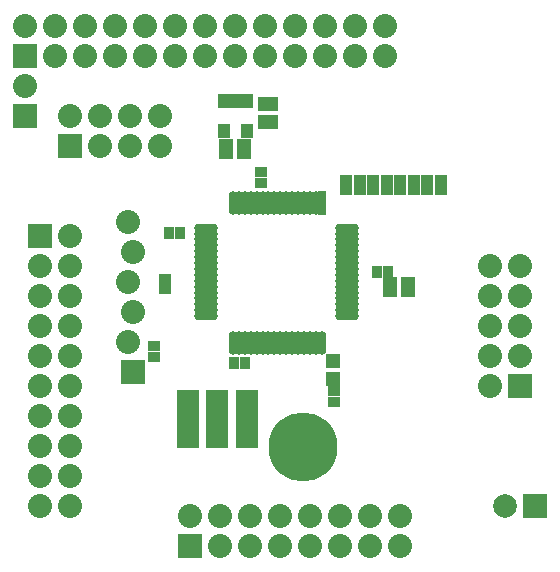
<source format=gts>
G04 (created by PCBNEW-RS274X (2012-apr-16-27)-stable) date Saturday 23,March,2013 11:14:18 PM SGT*
G01*
G70*
G90*
%MOIN*%
G04 Gerber Fmt 3.4, Leading zero omitted, Abs format*
%FSLAX34Y34*%
G04 APERTURE LIST*
%ADD10C,0.006000*%
%ADD11R,0.079100X0.079100*%
%ADD12C,0.079100*%
%ADD13R,0.080000X0.080000*%
%ADD14C,0.080000*%
%ADD15R,0.029800X0.080000*%
%ADD16O,0.029800X0.080000*%
%ADD17O,0.080000X0.029800*%
%ADD18R,0.040000X0.050000*%
%ADD19R,0.045000X0.065000*%
%ADD20R,0.065000X0.045000*%
%ADD21R,0.043600X0.035700*%
%ADD22R,0.035700X0.043600*%
%ADD23R,0.075100X0.194800*%
%ADD24R,0.051400X0.051400*%
%ADD25C,0.230000*%
G04 APERTURE END LIST*
G54D10*
G54D11*
X68050Y-44100D03*
G54D12*
X67050Y-44100D03*
G54D13*
X54630Y-39650D03*
G54D14*
X54470Y-38650D03*
X54630Y-37650D03*
X54470Y-36650D03*
X54630Y-35650D03*
X54470Y-34650D03*
G54D15*
X60926Y-33989D03*
G54D16*
X60729Y-33989D03*
X60532Y-33989D03*
X60335Y-33989D03*
X60138Y-33989D03*
X59942Y-33989D03*
X59745Y-33989D03*
X59548Y-33989D03*
X59351Y-33989D03*
X59154Y-33989D03*
X58957Y-33989D03*
X58761Y-33989D03*
X58564Y-33989D03*
X58367Y-33989D03*
X58170Y-33989D03*
X57973Y-33989D03*
G54D17*
X57075Y-34824D03*
X57075Y-35021D03*
X57075Y-35218D03*
X57075Y-35415D03*
X57075Y-35612D03*
X57075Y-35808D03*
X57075Y-36005D03*
X57075Y-36202D03*
X57075Y-36399D03*
X57075Y-36596D03*
X57075Y-36793D03*
X57075Y-36989D03*
X57075Y-37186D03*
X57075Y-37383D03*
X57075Y-37580D03*
X57075Y-37777D03*
G54D16*
X57973Y-38675D03*
X58170Y-38675D03*
X58367Y-38675D03*
X58564Y-38675D03*
X58761Y-38675D03*
X58957Y-38675D03*
X59154Y-38675D03*
X59351Y-38675D03*
X59548Y-38675D03*
X59745Y-38675D03*
X59942Y-38675D03*
X60138Y-38675D03*
X60335Y-38675D03*
X60532Y-38675D03*
X60729Y-38675D03*
X60926Y-38675D03*
G54D17*
X61761Y-37777D03*
X61761Y-37580D03*
X61761Y-37186D03*
X61768Y-37383D03*
X61761Y-36989D03*
X61761Y-36793D03*
X61761Y-36596D03*
X61761Y-36399D03*
X61761Y-36202D03*
X61761Y-36005D03*
X61761Y-35811D03*
X61761Y-35614D03*
X61761Y-35417D03*
X61761Y-35220D03*
X61761Y-35024D03*
X61761Y-34827D03*
G54D13*
X51050Y-29100D03*
G54D14*
X51050Y-28100D03*
X52050Y-29100D03*
X52050Y-28100D03*
X53050Y-29100D03*
X53050Y-28100D03*
X54050Y-29100D03*
X54050Y-28100D03*
X55050Y-29100D03*
X55050Y-28100D03*
X56050Y-29100D03*
X56050Y-28100D03*
X57050Y-29100D03*
X57050Y-28100D03*
X58050Y-29100D03*
X58050Y-28100D03*
X59050Y-29100D03*
X59050Y-28100D03*
X60050Y-29100D03*
X60050Y-28100D03*
X61050Y-29100D03*
X61050Y-28100D03*
X62050Y-29100D03*
X62050Y-28100D03*
X63050Y-29100D03*
X63050Y-28100D03*
G54D18*
X58425Y-30600D03*
X57675Y-30600D03*
X58425Y-31600D03*
X58050Y-30600D03*
X57675Y-31600D03*
G54D19*
X58350Y-32200D03*
X57750Y-32200D03*
G54D20*
X59150Y-30700D03*
X59150Y-31300D03*
G54D21*
X58890Y-33337D03*
X58890Y-32983D03*
X55350Y-38773D03*
X55350Y-39127D03*
X61750Y-33577D03*
X61750Y-33223D03*
X62200Y-33577D03*
X62200Y-33223D03*
X62650Y-33577D03*
X62650Y-33223D03*
X63100Y-33577D03*
X63100Y-33223D03*
X63550Y-33577D03*
X63550Y-33223D03*
X64000Y-33577D03*
X64000Y-33223D03*
X64450Y-33577D03*
X64450Y-33223D03*
X64900Y-33577D03*
X64900Y-33223D03*
X61340Y-40637D03*
X61340Y-40283D03*
G54D22*
X62773Y-36300D03*
X63127Y-36300D03*
X58367Y-39330D03*
X58013Y-39330D03*
G54D21*
X55700Y-36877D03*
X55700Y-36523D03*
G54D22*
X56197Y-35020D03*
X55843Y-35020D03*
G54D23*
X57450Y-41200D03*
X58434Y-41200D03*
X56466Y-41200D03*
G54D24*
X61300Y-39285D03*
X61300Y-39875D03*
G54D13*
X51550Y-35100D03*
G54D14*
X52550Y-35100D03*
X51550Y-36100D03*
X52550Y-36100D03*
X51550Y-37100D03*
X52550Y-37100D03*
X51550Y-38100D03*
X52550Y-38100D03*
X51550Y-39100D03*
X52550Y-39100D03*
X51550Y-40100D03*
X52550Y-40100D03*
X51550Y-41100D03*
X52550Y-41100D03*
X51550Y-42100D03*
X52550Y-42100D03*
X51550Y-43100D03*
X52550Y-43100D03*
X51550Y-44100D03*
X52550Y-44100D03*
G54D13*
X67550Y-40100D03*
G54D14*
X66550Y-40100D03*
X67550Y-39100D03*
X66550Y-39100D03*
X67550Y-38100D03*
X66550Y-38100D03*
X67550Y-37100D03*
X66550Y-37100D03*
X67550Y-36100D03*
X66550Y-36100D03*
G54D19*
X63200Y-36800D03*
X63800Y-36800D03*
G54D13*
X56550Y-45450D03*
G54D14*
X56550Y-44450D03*
X57550Y-45450D03*
X57550Y-44450D03*
X58550Y-45450D03*
X58550Y-44450D03*
X59550Y-45450D03*
X59550Y-44450D03*
X60550Y-45450D03*
X60550Y-44450D03*
X61550Y-45450D03*
X61550Y-44450D03*
X62550Y-45450D03*
X62550Y-44450D03*
X63550Y-45450D03*
X63550Y-44450D03*
G54D13*
X52550Y-32100D03*
G54D14*
X52550Y-31100D03*
X53550Y-32100D03*
X53550Y-31100D03*
X54550Y-32100D03*
X54550Y-31100D03*
X55550Y-32100D03*
X55550Y-31100D03*
G54D13*
X51050Y-31100D03*
G54D14*
X51050Y-30100D03*
G54D25*
X60302Y-42124D03*
M02*

</source>
